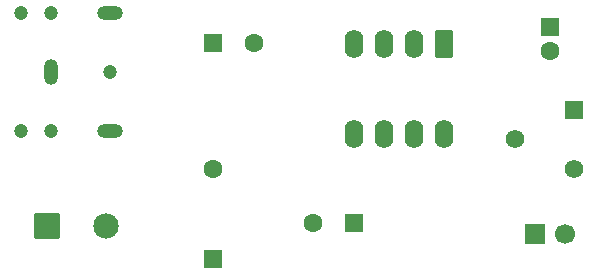
<source format=gbs>
G04 #@! TF.GenerationSoftware,KiCad,Pcbnew,9.0.1-9.0.1-0~ubuntu24.04.1*
G04 #@! TF.CreationDate,2025-05-03T19:14:28+01:00*
G04 #@! TF.ProjectId,Kicad_Amplificador,4b696361-645f-4416-9d70-6c6966696361,rev?*
G04 #@! TF.SameCoordinates,Original*
G04 #@! TF.FileFunction,Soldermask,Bot*
G04 #@! TF.FilePolarity,Negative*
%FSLAX46Y46*%
G04 Gerber Fmt 4.6, Leading zero omitted, Abs format (unit mm)*
G04 Created by KiCad (PCBNEW 9.0.1-9.0.1-0~ubuntu24.04.1) date 2025-05-03 19:14:28*
%MOMM*%
%LPD*%
G01*
G04 APERTURE LIST*
G04 Aperture macros list*
%AMRoundRect*
0 Rectangle with rounded corners*
0 $1 Rounding radius*
0 $2 $3 $4 $5 $6 $7 $8 $9 X,Y pos of 4 corners*
0 Add a 4 corners polygon primitive as box body*
4,1,4,$2,$3,$4,$5,$6,$7,$8,$9,$2,$3,0*
0 Add four circle primitives for the rounded corners*
1,1,$1+$1,$2,$3*
1,1,$1+$1,$4,$5*
1,1,$1+$1,$6,$7*
1,1,$1+$1,$8,$9*
0 Add four rect primitives between the rounded corners*
20,1,$1+$1,$2,$3,$4,$5,0*
20,1,$1+$1,$4,$5,$6,$7,0*
20,1,$1+$1,$6,$7,$8,$9,0*
20,1,$1+$1,$8,$9,$2,$3,0*%
G04 Aperture macros list end*
%ADD10RoundRect,0.250000X-0.550000X0.950000X-0.550000X-0.950000X0.550000X-0.950000X0.550000X0.950000X0*%
%ADD11O,1.600000X2.400000*%
%ADD12R,1.560000X1.560000*%
%ADD13C,1.560000*%
%ADD14R,1.600000X1.600000*%
%ADD15C,1.600000*%
%ADD16RoundRect,0.250000X0.550000X-0.550000X0.550000X0.550000X-0.550000X0.550000X-0.550000X-0.550000X0*%
%ADD17RoundRect,0.102000X-0.975000X-0.975000X0.975000X-0.975000X0.975000X0.975000X-0.975000X0.975000X0*%
%ADD18C,2.154000*%
%ADD19C,1.200000*%
%ADD20O,2.200000X1.200000*%
%ADD21O,1.200000X2.200000*%
%ADD22R,1.700000X1.700000*%
%ADD23C,1.700000*%
G04 APERTURE END LIST*
D10*
X139000000Y-95880000D03*
D11*
X136460000Y-95880000D03*
X133920000Y-95880000D03*
X131380000Y-95880000D03*
X131380000Y-103500000D03*
X133920000Y-103500000D03*
X136460000Y-103500000D03*
X139000000Y-103500000D03*
D12*
X149990000Y-101500000D03*
D13*
X144990000Y-104000000D03*
X149990000Y-106500000D03*
D14*
X148000000Y-94500000D03*
D15*
X148000000Y-96500000D03*
D16*
X119400000Y-114120000D03*
D15*
X119400000Y-106500000D03*
D14*
X119400000Y-95800000D03*
D15*
X122900000Y-95800000D03*
D14*
X131400000Y-111100000D03*
D15*
X127900000Y-111100000D03*
D17*
X105400000Y-111300000D03*
D18*
X110400000Y-111300000D03*
D19*
X105700000Y-93300000D03*
X103200000Y-93300000D03*
X110700000Y-98300000D03*
X105700000Y-103300000D03*
X103200000Y-103300000D03*
D20*
X110700000Y-93300000D03*
D21*
X105700000Y-98300000D03*
D20*
X110700000Y-103300000D03*
D22*
X146725000Y-112000000D03*
D23*
X149265000Y-112000000D03*
M02*

</source>
